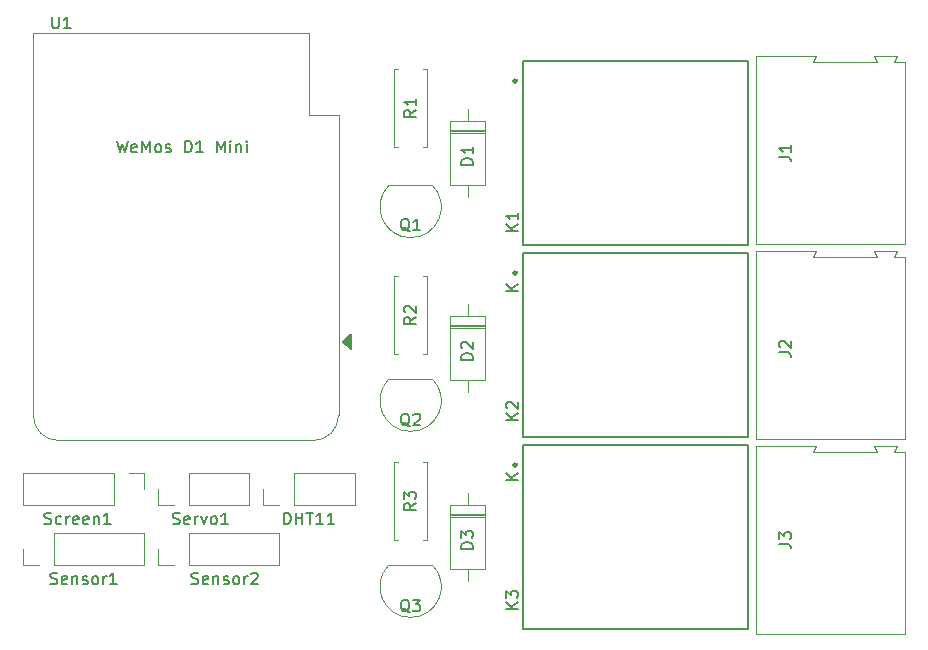
<source format=gbr>
%TF.GenerationSoftware,KiCad,Pcbnew,(6.0.10)*%
%TF.CreationDate,2023-04-17T16:01:11+07:00*%
%TF.ProjectId,PCB,5043422e-6b69-4636-9164-5f7063625858,rev?*%
%TF.SameCoordinates,Original*%
%TF.FileFunction,Legend,Top*%
%TF.FilePolarity,Positive*%
%FSLAX46Y46*%
G04 Gerber Fmt 4.6, Leading zero omitted, Abs format (unit mm)*
G04 Created by KiCad (PCBNEW (6.0.10)) date 2023-04-17 16:01:11*
%MOMM*%
%LPD*%
G01*
G04 APERTURE LIST*
%ADD10C,0.150000*%
%ADD11C,0.120000*%
%ADD12C,0.127000*%
%ADD13C,0.300000*%
G04 APERTURE END LIST*
D10*
X118174190Y-72096380D02*
X118412285Y-73096380D01*
X118602761Y-72382095D01*
X118793238Y-73096380D01*
X119031333Y-72096380D01*
X119793238Y-73048761D02*
X119698000Y-73096380D01*
X119507523Y-73096380D01*
X119412285Y-73048761D01*
X119364666Y-72953523D01*
X119364666Y-72572571D01*
X119412285Y-72477333D01*
X119507523Y-72429714D01*
X119698000Y-72429714D01*
X119793238Y-72477333D01*
X119840857Y-72572571D01*
X119840857Y-72667809D01*
X119364666Y-72763047D01*
X120269428Y-73096380D02*
X120269428Y-72096380D01*
X120602761Y-72810666D01*
X120936095Y-72096380D01*
X120936095Y-73096380D01*
X121555142Y-73096380D02*
X121459904Y-73048761D01*
X121412285Y-73001142D01*
X121364666Y-72905904D01*
X121364666Y-72620190D01*
X121412285Y-72524952D01*
X121459904Y-72477333D01*
X121555142Y-72429714D01*
X121698000Y-72429714D01*
X121793238Y-72477333D01*
X121840857Y-72524952D01*
X121888476Y-72620190D01*
X121888476Y-72905904D01*
X121840857Y-73001142D01*
X121793238Y-73048761D01*
X121698000Y-73096380D01*
X121555142Y-73096380D01*
X122269428Y-73048761D02*
X122364666Y-73096380D01*
X122555142Y-73096380D01*
X122650380Y-73048761D01*
X122698000Y-72953523D01*
X122698000Y-72905904D01*
X122650380Y-72810666D01*
X122555142Y-72763047D01*
X122412285Y-72763047D01*
X122317047Y-72715428D01*
X122269428Y-72620190D01*
X122269428Y-72572571D01*
X122317047Y-72477333D01*
X122412285Y-72429714D01*
X122555142Y-72429714D01*
X122650380Y-72477333D01*
X123888476Y-73096380D02*
X123888476Y-72096380D01*
X124126571Y-72096380D01*
X124269428Y-72144000D01*
X124364666Y-72239238D01*
X124412285Y-72334476D01*
X124459904Y-72524952D01*
X124459904Y-72667809D01*
X124412285Y-72858285D01*
X124364666Y-72953523D01*
X124269428Y-73048761D01*
X124126571Y-73096380D01*
X123888476Y-73096380D01*
X125412285Y-73096380D02*
X124840857Y-73096380D01*
X125126571Y-73096380D02*
X125126571Y-72096380D01*
X125031333Y-72239238D01*
X124936095Y-72334476D01*
X124840857Y-72382095D01*
X126602761Y-73096380D02*
X126602761Y-72096380D01*
X126936095Y-72810666D01*
X127269428Y-72096380D01*
X127269428Y-73096380D01*
X127745619Y-73096380D02*
X127745619Y-72429714D01*
X127745619Y-72096380D02*
X127698000Y-72144000D01*
X127745619Y-72191619D01*
X127793238Y-72144000D01*
X127745619Y-72096380D01*
X127745619Y-72191619D01*
X128221809Y-72429714D02*
X128221809Y-73096380D01*
X128221809Y-72524952D02*
X128269428Y-72477333D01*
X128364666Y-72429714D01*
X128507523Y-72429714D01*
X128602761Y-72477333D01*
X128650380Y-72572571D01*
X128650380Y-73096380D01*
X129126571Y-73096380D02*
X129126571Y-72429714D01*
X129126571Y-72096380D02*
X129078952Y-72144000D01*
X129126571Y-72191619D01*
X129174190Y-72144000D01*
X129126571Y-72096380D01*
X129126571Y-72191619D01*
%TO.C,U1*%
X112643095Y-61606380D02*
X112643095Y-62415904D01*
X112690714Y-62511142D01*
X112738333Y-62558761D01*
X112833571Y-62606380D01*
X113024047Y-62606380D01*
X113119285Y-62558761D01*
X113166904Y-62511142D01*
X113214523Y-62415904D01*
X113214523Y-61606380D01*
X114214523Y-62606380D02*
X113643095Y-62606380D01*
X113928809Y-62606380D02*
X113928809Y-61606380D01*
X113833571Y-61749238D01*
X113738333Y-61844476D01*
X113643095Y-61892095D01*
%TO.C,D3*%
X148280380Y-106656095D02*
X147280380Y-106656095D01*
X147280380Y-106418000D01*
X147328000Y-106275142D01*
X147423238Y-106179904D01*
X147518476Y-106132285D01*
X147708952Y-106084666D01*
X147851809Y-106084666D01*
X148042285Y-106132285D01*
X148137523Y-106179904D01*
X148232761Y-106275142D01*
X148280380Y-106418000D01*
X148280380Y-106656095D01*
X147280380Y-105751333D02*
X147280380Y-105132285D01*
X147661333Y-105465619D01*
X147661333Y-105322761D01*
X147708952Y-105227523D01*
X147756571Y-105179904D01*
X147851809Y-105132285D01*
X148089904Y-105132285D01*
X148185142Y-105179904D01*
X148232761Y-105227523D01*
X148280380Y-105322761D01*
X148280380Y-105608476D01*
X148232761Y-105703714D01*
X148185142Y-105751333D01*
X152090380Y-100845904D02*
X151090380Y-100845904D01*
X152090380Y-100274476D02*
X151518952Y-100703047D01*
X151090380Y-100274476D02*
X151661809Y-100845904D01*
%TO.C,D1*%
X148280380Y-74144095D02*
X147280380Y-74144095D01*
X147280380Y-73906000D01*
X147328000Y-73763142D01*
X147423238Y-73667904D01*
X147518476Y-73620285D01*
X147708952Y-73572666D01*
X147851809Y-73572666D01*
X148042285Y-73620285D01*
X148137523Y-73667904D01*
X148232761Y-73763142D01*
X148280380Y-73906000D01*
X148280380Y-74144095D01*
X148280380Y-72620285D02*
X148280380Y-73191714D01*
X148280380Y-72906000D02*
X147280380Y-72906000D01*
X147423238Y-73001238D01*
X147518476Y-73096476D01*
X147566095Y-73191714D01*
%TO.C,R1*%
X143454380Y-69508666D02*
X142978190Y-69842000D01*
X143454380Y-70080095D02*
X142454380Y-70080095D01*
X142454380Y-69699142D01*
X142502000Y-69603904D01*
X142549619Y-69556285D01*
X142644857Y-69508666D01*
X142787714Y-69508666D01*
X142882952Y-69556285D01*
X142930571Y-69603904D01*
X142978190Y-69699142D01*
X142978190Y-70080095D01*
X143454380Y-68556285D02*
X143454380Y-69127714D01*
X143454380Y-68842000D02*
X142454380Y-68842000D01*
X142597238Y-68937238D01*
X142692476Y-69032476D01*
X142740095Y-69127714D01*
%TO.C,J1*%
X174204380Y-73485333D02*
X174918666Y-73485333D01*
X175061523Y-73532952D01*
X175156761Y-73628190D01*
X175204380Y-73771047D01*
X175204380Y-73866285D01*
X175204380Y-72485333D02*
X175204380Y-73056761D01*
X175204380Y-72771047D02*
X174204380Y-72771047D01*
X174347238Y-72866285D01*
X174442476Y-72961523D01*
X174490095Y-73056761D01*
%TO.C,R2*%
X143454380Y-87034666D02*
X142978190Y-87368000D01*
X143454380Y-87606095D02*
X142454380Y-87606095D01*
X142454380Y-87225142D01*
X142502000Y-87129904D01*
X142549619Y-87082285D01*
X142644857Y-87034666D01*
X142787714Y-87034666D01*
X142882952Y-87082285D01*
X142930571Y-87129904D01*
X142978190Y-87225142D01*
X142978190Y-87606095D01*
X142549619Y-86653714D02*
X142502000Y-86606095D01*
X142454380Y-86510857D01*
X142454380Y-86272761D01*
X142502000Y-86177523D01*
X142549619Y-86129904D01*
X142644857Y-86082285D01*
X142740095Y-86082285D01*
X142882952Y-86129904D01*
X143454380Y-86701333D01*
X143454380Y-86082285D01*
%TO.C,K1*%
X152090423Y-79732164D02*
X151090329Y-79732164D01*
X152090423Y-79160682D02*
X151518941Y-79589294D01*
X151090329Y-79160682D02*
X151661811Y-79732164D01*
X152090423Y-78208211D02*
X152090423Y-78779694D01*
X152090423Y-78493953D02*
X151090329Y-78493953D01*
X151233200Y-78589200D01*
X151328447Y-78684447D01*
X151376070Y-78779694D01*
%TO.C,Q3*%
X142906761Y-112053619D02*
X142811523Y-112006000D01*
X142716285Y-111910761D01*
X142573428Y-111767904D01*
X142478190Y-111720285D01*
X142382952Y-111720285D01*
X142430571Y-111958380D02*
X142335333Y-111910761D01*
X142240095Y-111815523D01*
X142192476Y-111625047D01*
X142192476Y-111291714D01*
X142240095Y-111101238D01*
X142335333Y-111006000D01*
X142430571Y-110958380D01*
X142621047Y-110958380D01*
X142716285Y-111006000D01*
X142811523Y-111101238D01*
X142859142Y-111291714D01*
X142859142Y-111625047D01*
X142811523Y-111815523D01*
X142716285Y-111910761D01*
X142621047Y-111958380D01*
X142430571Y-111958380D01*
X143192476Y-110958380D02*
X143811523Y-110958380D01*
X143478190Y-111339333D01*
X143621047Y-111339333D01*
X143716285Y-111386952D01*
X143763904Y-111434571D01*
X143811523Y-111529809D01*
X143811523Y-111767904D01*
X143763904Y-111863142D01*
X143716285Y-111910761D01*
X143621047Y-111958380D01*
X143335333Y-111958380D01*
X143240095Y-111910761D01*
X143192476Y-111863142D01*
%TO.C,K2*%
X152090423Y-95734164D02*
X151090329Y-95734164D01*
X152090423Y-95162682D02*
X151518941Y-95591294D01*
X151090329Y-95162682D02*
X151661811Y-95734164D01*
X151185576Y-94781694D02*
X151137953Y-94734070D01*
X151090329Y-94638823D01*
X151090329Y-94400705D01*
X151137953Y-94305458D01*
X151185576Y-94257835D01*
X151280823Y-94210211D01*
X151376070Y-94210211D01*
X151518941Y-94257835D01*
X152090423Y-94829317D01*
X152090423Y-94210211D01*
%TO.C,J3*%
X174204380Y-106251333D02*
X174918666Y-106251333D01*
X175061523Y-106298952D01*
X175156761Y-106394190D01*
X175204380Y-106537047D01*
X175204380Y-106632285D01*
X174204380Y-105870380D02*
X174204380Y-105251333D01*
X174585333Y-105584666D01*
X174585333Y-105441809D01*
X174632952Y-105346571D01*
X174680571Y-105298952D01*
X174775809Y-105251333D01*
X175013904Y-105251333D01*
X175109142Y-105298952D01*
X175156761Y-105346571D01*
X175204380Y-105441809D01*
X175204380Y-105727523D01*
X175156761Y-105822761D01*
X175109142Y-105870380D01*
%TO.C,Sensor2*%
X124444476Y-109624761D02*
X124587333Y-109672380D01*
X124825428Y-109672380D01*
X124920666Y-109624761D01*
X124968285Y-109577142D01*
X125015904Y-109481904D01*
X125015904Y-109386666D01*
X124968285Y-109291428D01*
X124920666Y-109243809D01*
X124825428Y-109196190D01*
X124634952Y-109148571D01*
X124539714Y-109100952D01*
X124492095Y-109053333D01*
X124444476Y-108958095D01*
X124444476Y-108862857D01*
X124492095Y-108767619D01*
X124539714Y-108720000D01*
X124634952Y-108672380D01*
X124873047Y-108672380D01*
X125015904Y-108720000D01*
X125825428Y-109624761D02*
X125730190Y-109672380D01*
X125539714Y-109672380D01*
X125444476Y-109624761D01*
X125396857Y-109529523D01*
X125396857Y-109148571D01*
X125444476Y-109053333D01*
X125539714Y-109005714D01*
X125730190Y-109005714D01*
X125825428Y-109053333D01*
X125873047Y-109148571D01*
X125873047Y-109243809D01*
X125396857Y-109339047D01*
X126301619Y-109005714D02*
X126301619Y-109672380D01*
X126301619Y-109100952D02*
X126349238Y-109053333D01*
X126444476Y-109005714D01*
X126587333Y-109005714D01*
X126682571Y-109053333D01*
X126730190Y-109148571D01*
X126730190Y-109672380D01*
X127158761Y-109624761D02*
X127254000Y-109672380D01*
X127444476Y-109672380D01*
X127539714Y-109624761D01*
X127587333Y-109529523D01*
X127587333Y-109481904D01*
X127539714Y-109386666D01*
X127444476Y-109339047D01*
X127301619Y-109339047D01*
X127206380Y-109291428D01*
X127158761Y-109196190D01*
X127158761Y-109148571D01*
X127206380Y-109053333D01*
X127301619Y-109005714D01*
X127444476Y-109005714D01*
X127539714Y-109053333D01*
X128158761Y-109672380D02*
X128063523Y-109624761D01*
X128015904Y-109577142D01*
X127968285Y-109481904D01*
X127968285Y-109196190D01*
X128015904Y-109100952D01*
X128063523Y-109053333D01*
X128158761Y-109005714D01*
X128301619Y-109005714D01*
X128396857Y-109053333D01*
X128444476Y-109100952D01*
X128492095Y-109196190D01*
X128492095Y-109481904D01*
X128444476Y-109577142D01*
X128396857Y-109624761D01*
X128301619Y-109672380D01*
X128158761Y-109672380D01*
X128920666Y-109672380D02*
X128920666Y-109005714D01*
X128920666Y-109196190D02*
X128968285Y-109100952D01*
X129015904Y-109053333D01*
X129111142Y-109005714D01*
X129206380Y-109005714D01*
X129492095Y-108767619D02*
X129539714Y-108720000D01*
X129634952Y-108672380D01*
X129873047Y-108672380D01*
X129968285Y-108720000D01*
X130015904Y-108767619D01*
X130063523Y-108862857D01*
X130063523Y-108958095D01*
X130015904Y-109100952D01*
X129444476Y-109672380D01*
X130063523Y-109672380D01*
%TO.C,Q1*%
X142906761Y-79795619D02*
X142811523Y-79748000D01*
X142716285Y-79652761D01*
X142573428Y-79509904D01*
X142478190Y-79462285D01*
X142382952Y-79462285D01*
X142430571Y-79700380D02*
X142335333Y-79652761D01*
X142240095Y-79557523D01*
X142192476Y-79367047D01*
X142192476Y-79033714D01*
X142240095Y-78843238D01*
X142335333Y-78748000D01*
X142430571Y-78700380D01*
X142621047Y-78700380D01*
X142716285Y-78748000D01*
X142811523Y-78843238D01*
X142859142Y-79033714D01*
X142859142Y-79367047D01*
X142811523Y-79557523D01*
X142716285Y-79652761D01*
X142621047Y-79700380D01*
X142430571Y-79700380D01*
X143811523Y-79700380D02*
X143240095Y-79700380D01*
X143525809Y-79700380D02*
X143525809Y-78700380D01*
X143430571Y-78843238D01*
X143335333Y-78938476D01*
X143240095Y-78986095D01*
%TO.C,D2*%
X148280380Y-90654095D02*
X147280380Y-90654095D01*
X147280380Y-90416000D01*
X147328000Y-90273142D01*
X147423238Y-90177904D01*
X147518476Y-90130285D01*
X147708952Y-90082666D01*
X147851809Y-90082666D01*
X148042285Y-90130285D01*
X148137523Y-90177904D01*
X148232761Y-90273142D01*
X148280380Y-90416000D01*
X148280380Y-90654095D01*
X147375619Y-89701714D02*
X147328000Y-89654095D01*
X147280380Y-89558857D01*
X147280380Y-89320761D01*
X147328000Y-89225523D01*
X147375619Y-89177904D01*
X147470857Y-89130285D01*
X147566095Y-89130285D01*
X147708952Y-89177904D01*
X148280380Y-89749333D01*
X148280380Y-89130285D01*
X152090380Y-84843904D02*
X151090380Y-84843904D01*
X152090380Y-84272476D02*
X151518952Y-84701047D01*
X151090380Y-84272476D02*
X151661809Y-84843904D01*
%TO.C,K3*%
X152090423Y-111736164D02*
X151090329Y-111736164D01*
X152090423Y-111164682D02*
X151518941Y-111593294D01*
X151090329Y-111164682D02*
X151661811Y-111736164D01*
X151090329Y-110831317D02*
X151090329Y-110212211D01*
X151471317Y-110545576D01*
X151471317Y-110402705D01*
X151518941Y-110307458D01*
X151566564Y-110259835D01*
X151661811Y-110212211D01*
X151899929Y-110212211D01*
X151995176Y-110259835D01*
X152042799Y-110307458D01*
X152090423Y-110402705D01*
X152090423Y-110688447D01*
X152042799Y-110783694D01*
X151995176Y-110831317D01*
%TO.C,R3*%
X143454380Y-102782666D02*
X142978190Y-103116000D01*
X143454380Y-103354095D02*
X142454380Y-103354095D01*
X142454380Y-102973142D01*
X142502000Y-102877904D01*
X142549619Y-102830285D01*
X142644857Y-102782666D01*
X142787714Y-102782666D01*
X142882952Y-102830285D01*
X142930571Y-102877904D01*
X142978190Y-102973142D01*
X142978190Y-103354095D01*
X142454380Y-102449333D02*
X142454380Y-101830285D01*
X142835333Y-102163619D01*
X142835333Y-102020761D01*
X142882952Y-101925523D01*
X142930571Y-101877904D01*
X143025809Y-101830285D01*
X143263904Y-101830285D01*
X143359142Y-101877904D01*
X143406761Y-101925523D01*
X143454380Y-102020761D01*
X143454380Y-102306476D01*
X143406761Y-102401714D01*
X143359142Y-102449333D01*
%TO.C,DHT11*%
X132261952Y-104592380D02*
X132261952Y-103592380D01*
X132500047Y-103592380D01*
X132642904Y-103640000D01*
X132738142Y-103735238D01*
X132785761Y-103830476D01*
X132833380Y-104020952D01*
X132833380Y-104163809D01*
X132785761Y-104354285D01*
X132738142Y-104449523D01*
X132642904Y-104544761D01*
X132500047Y-104592380D01*
X132261952Y-104592380D01*
X133261952Y-104592380D02*
X133261952Y-103592380D01*
X133261952Y-104068571D02*
X133833380Y-104068571D01*
X133833380Y-104592380D02*
X133833380Y-103592380D01*
X134166714Y-103592380D02*
X134738142Y-103592380D01*
X134452428Y-104592380D02*
X134452428Y-103592380D01*
X135595285Y-104592380D02*
X135023857Y-104592380D01*
X135309571Y-104592380D02*
X135309571Y-103592380D01*
X135214333Y-103735238D01*
X135119095Y-103830476D01*
X135023857Y-103878095D01*
X136547666Y-104592380D02*
X135976238Y-104592380D01*
X136261952Y-104592380D02*
X136261952Y-103592380D01*
X136166714Y-103735238D01*
X136071476Y-103830476D01*
X135976238Y-103878095D01*
%TO.C,Servo1*%
X122873666Y-104544761D02*
X123016523Y-104592380D01*
X123254619Y-104592380D01*
X123349857Y-104544761D01*
X123397476Y-104497142D01*
X123445095Y-104401904D01*
X123445095Y-104306666D01*
X123397476Y-104211428D01*
X123349857Y-104163809D01*
X123254619Y-104116190D01*
X123064142Y-104068571D01*
X122968904Y-104020952D01*
X122921285Y-103973333D01*
X122873666Y-103878095D01*
X122873666Y-103782857D01*
X122921285Y-103687619D01*
X122968904Y-103640000D01*
X123064142Y-103592380D01*
X123302238Y-103592380D01*
X123445095Y-103640000D01*
X124254619Y-104544761D02*
X124159380Y-104592380D01*
X123968904Y-104592380D01*
X123873666Y-104544761D01*
X123826047Y-104449523D01*
X123826047Y-104068571D01*
X123873666Y-103973333D01*
X123968904Y-103925714D01*
X124159380Y-103925714D01*
X124254619Y-103973333D01*
X124302238Y-104068571D01*
X124302238Y-104163809D01*
X123826047Y-104259047D01*
X124730809Y-104592380D02*
X124730809Y-103925714D01*
X124730809Y-104116190D02*
X124778428Y-104020952D01*
X124826047Y-103973333D01*
X124921285Y-103925714D01*
X125016523Y-103925714D01*
X125254619Y-103925714D02*
X125492714Y-104592380D01*
X125730809Y-103925714D01*
X126254619Y-104592380D02*
X126159380Y-104544761D01*
X126111761Y-104497142D01*
X126064142Y-104401904D01*
X126064142Y-104116190D01*
X126111761Y-104020952D01*
X126159380Y-103973333D01*
X126254619Y-103925714D01*
X126397476Y-103925714D01*
X126492714Y-103973333D01*
X126540333Y-104020952D01*
X126587952Y-104116190D01*
X126587952Y-104401904D01*
X126540333Y-104497142D01*
X126492714Y-104544761D01*
X126397476Y-104592380D01*
X126254619Y-104592380D01*
X127540333Y-104592380D02*
X126968904Y-104592380D01*
X127254619Y-104592380D02*
X127254619Y-103592380D01*
X127159380Y-103735238D01*
X127064142Y-103830476D01*
X126968904Y-103878095D01*
%TO.C,Q2*%
X142906761Y-96305619D02*
X142811523Y-96258000D01*
X142716285Y-96162761D01*
X142573428Y-96019904D01*
X142478190Y-95972285D01*
X142382952Y-95972285D01*
X142430571Y-96210380D02*
X142335333Y-96162761D01*
X142240095Y-96067523D01*
X142192476Y-95877047D01*
X142192476Y-95543714D01*
X142240095Y-95353238D01*
X142335333Y-95258000D01*
X142430571Y-95210380D01*
X142621047Y-95210380D01*
X142716285Y-95258000D01*
X142811523Y-95353238D01*
X142859142Y-95543714D01*
X142859142Y-95877047D01*
X142811523Y-96067523D01*
X142716285Y-96162761D01*
X142621047Y-96210380D01*
X142430571Y-96210380D01*
X143240095Y-95305619D02*
X143287714Y-95258000D01*
X143382952Y-95210380D01*
X143621047Y-95210380D01*
X143716285Y-95258000D01*
X143763904Y-95305619D01*
X143811523Y-95400857D01*
X143811523Y-95496095D01*
X143763904Y-95638952D01*
X143192476Y-96210380D01*
X143811523Y-96210380D01*
%TO.C,Screen1*%
X111998476Y-104544761D02*
X112141333Y-104592380D01*
X112379428Y-104592380D01*
X112474666Y-104544761D01*
X112522285Y-104497142D01*
X112569904Y-104401904D01*
X112569904Y-104306666D01*
X112522285Y-104211428D01*
X112474666Y-104163809D01*
X112379428Y-104116190D01*
X112188952Y-104068571D01*
X112093714Y-104020952D01*
X112046095Y-103973333D01*
X111998476Y-103878095D01*
X111998476Y-103782857D01*
X112046095Y-103687619D01*
X112093714Y-103640000D01*
X112188952Y-103592380D01*
X112427047Y-103592380D01*
X112569904Y-103640000D01*
X113427047Y-104544761D02*
X113331809Y-104592380D01*
X113141333Y-104592380D01*
X113046095Y-104544761D01*
X112998476Y-104497142D01*
X112950857Y-104401904D01*
X112950857Y-104116190D01*
X112998476Y-104020952D01*
X113046095Y-103973333D01*
X113141333Y-103925714D01*
X113331809Y-103925714D01*
X113427047Y-103973333D01*
X113855619Y-104592380D02*
X113855619Y-103925714D01*
X113855619Y-104116190D02*
X113903238Y-104020952D01*
X113950857Y-103973333D01*
X114046095Y-103925714D01*
X114141333Y-103925714D01*
X114855619Y-104544761D02*
X114760380Y-104592380D01*
X114569904Y-104592380D01*
X114474666Y-104544761D01*
X114427047Y-104449523D01*
X114427047Y-104068571D01*
X114474666Y-103973333D01*
X114569904Y-103925714D01*
X114760380Y-103925714D01*
X114855619Y-103973333D01*
X114903238Y-104068571D01*
X114903238Y-104163809D01*
X114427047Y-104259047D01*
X115712761Y-104544761D02*
X115617523Y-104592380D01*
X115427047Y-104592380D01*
X115331809Y-104544761D01*
X115284190Y-104449523D01*
X115284190Y-104068571D01*
X115331809Y-103973333D01*
X115427047Y-103925714D01*
X115617523Y-103925714D01*
X115712761Y-103973333D01*
X115760380Y-104068571D01*
X115760380Y-104163809D01*
X115284190Y-104259047D01*
X116188952Y-103925714D02*
X116188952Y-104592380D01*
X116188952Y-104020952D02*
X116236571Y-103973333D01*
X116331809Y-103925714D01*
X116474666Y-103925714D01*
X116569904Y-103973333D01*
X116617523Y-104068571D01*
X116617523Y-104592380D01*
X117617523Y-104592380D02*
X117046095Y-104592380D01*
X117331809Y-104592380D02*
X117331809Y-103592380D01*
X117236571Y-103735238D01*
X117141333Y-103830476D01*
X117046095Y-103878095D01*
%TO.C,Sensor1*%
X112506476Y-109624761D02*
X112649333Y-109672380D01*
X112887428Y-109672380D01*
X112982666Y-109624761D01*
X113030285Y-109577142D01*
X113077904Y-109481904D01*
X113077904Y-109386666D01*
X113030285Y-109291428D01*
X112982666Y-109243809D01*
X112887428Y-109196190D01*
X112696952Y-109148571D01*
X112601714Y-109100952D01*
X112554095Y-109053333D01*
X112506476Y-108958095D01*
X112506476Y-108862857D01*
X112554095Y-108767619D01*
X112601714Y-108720000D01*
X112696952Y-108672380D01*
X112935047Y-108672380D01*
X113077904Y-108720000D01*
X113887428Y-109624761D02*
X113792190Y-109672380D01*
X113601714Y-109672380D01*
X113506476Y-109624761D01*
X113458857Y-109529523D01*
X113458857Y-109148571D01*
X113506476Y-109053333D01*
X113601714Y-109005714D01*
X113792190Y-109005714D01*
X113887428Y-109053333D01*
X113935047Y-109148571D01*
X113935047Y-109243809D01*
X113458857Y-109339047D01*
X114363619Y-109005714D02*
X114363619Y-109672380D01*
X114363619Y-109100952D02*
X114411238Y-109053333D01*
X114506476Y-109005714D01*
X114649333Y-109005714D01*
X114744571Y-109053333D01*
X114792190Y-109148571D01*
X114792190Y-109672380D01*
X115220761Y-109624761D02*
X115316000Y-109672380D01*
X115506476Y-109672380D01*
X115601714Y-109624761D01*
X115649333Y-109529523D01*
X115649333Y-109481904D01*
X115601714Y-109386666D01*
X115506476Y-109339047D01*
X115363619Y-109339047D01*
X115268380Y-109291428D01*
X115220761Y-109196190D01*
X115220761Y-109148571D01*
X115268380Y-109053333D01*
X115363619Y-109005714D01*
X115506476Y-109005714D01*
X115601714Y-109053333D01*
X116220761Y-109672380D02*
X116125523Y-109624761D01*
X116077904Y-109577142D01*
X116030285Y-109481904D01*
X116030285Y-109196190D01*
X116077904Y-109100952D01*
X116125523Y-109053333D01*
X116220761Y-109005714D01*
X116363619Y-109005714D01*
X116458857Y-109053333D01*
X116506476Y-109100952D01*
X116554095Y-109196190D01*
X116554095Y-109481904D01*
X116506476Y-109577142D01*
X116458857Y-109624761D01*
X116363619Y-109672380D01*
X116220761Y-109672380D01*
X116982666Y-109672380D02*
X116982666Y-109005714D01*
X116982666Y-109196190D02*
X117030285Y-109100952D01*
X117077904Y-109053333D01*
X117173142Y-109005714D01*
X117268380Y-109005714D01*
X118125523Y-109672380D02*
X117554095Y-109672380D01*
X117839809Y-109672380D02*
X117839809Y-108672380D01*
X117744571Y-108815238D01*
X117649333Y-108910476D01*
X117554095Y-108958095D01*
%TO.C,J2*%
X174204380Y-90036333D02*
X174918666Y-90036333D01*
X175061523Y-90083952D01*
X175156761Y-90179190D01*
X175204380Y-90322047D01*
X175204380Y-90417285D01*
X174299619Y-89607761D02*
X174252000Y-89560142D01*
X174204380Y-89464904D01*
X174204380Y-89226809D01*
X174252000Y-89131571D01*
X174299619Y-89083952D01*
X174394857Y-89036333D01*
X174490095Y-89036333D01*
X174632952Y-89083952D01*
X175204380Y-89655380D01*
X175204380Y-89036333D01*
D11*
%TO.C,U1*%
X134365000Y-63034000D02*
X111045000Y-63034000D01*
X136905000Y-69934000D02*
X134365000Y-69934000D01*
X111045000Y-63034000D02*
X111045000Y-95364000D01*
X136905000Y-69934000D02*
X136905000Y-95364000D01*
X134365000Y-69934000D02*
X134365000Y-63034000D01*
X113165000Y-97494000D02*
X134775000Y-97494000D01*
X134775000Y-97494000D02*
G75*
G03*
X136905000Y-95364000I-2J2130002D01*
G01*
X111045000Y-95364000D02*
G75*
G03*
X113175000Y-97494000I2130000J0D01*
G01*
G36*
X137945000Y-89789000D02*
G01*
X137310000Y-89154000D01*
X137945000Y-88519000D01*
X137945000Y-89789000D01*
G37*
D10*
X137945000Y-89789000D02*
X137310000Y-89154000D01*
X137945000Y-88519000D01*
X137945000Y-89789000D01*
D11*
%TO.C,D3*%
X149298000Y-103964000D02*
X146358000Y-103964000D01*
X149298000Y-103724000D02*
X146358000Y-103724000D01*
X147828000Y-109404000D02*
X147828000Y-108384000D01*
X146358000Y-108384000D02*
X149298000Y-108384000D01*
X149298000Y-103844000D02*
X146358000Y-103844000D01*
X147828000Y-101924000D02*
X147828000Y-102944000D01*
X149298000Y-102944000D02*
X146358000Y-102944000D01*
X146358000Y-102944000D02*
X146358000Y-108384000D01*
X149298000Y-108384000D02*
X149298000Y-102944000D01*
%TO.C,D1*%
X146358000Y-75872000D02*
X149298000Y-75872000D01*
X149298000Y-71212000D02*
X146358000Y-71212000D01*
X149298000Y-70432000D02*
X146358000Y-70432000D01*
X147828000Y-69412000D02*
X147828000Y-70432000D01*
X149298000Y-71452000D02*
X146358000Y-71452000D01*
X149298000Y-75872000D02*
X149298000Y-70432000D01*
X146358000Y-70432000D02*
X146358000Y-75872000D01*
X147828000Y-76892000D02*
X147828000Y-75872000D01*
X149298000Y-71332000D02*
X146358000Y-71332000D01*
%TO.C,R1*%
X141632000Y-66072000D02*
X141632000Y-72612000D01*
X141632000Y-72612000D02*
X141962000Y-72612000D01*
X144372000Y-66072000D02*
X144372000Y-72612000D01*
X144372000Y-72612000D02*
X144042000Y-72612000D01*
X141962000Y-66072000D02*
X141632000Y-66072000D01*
X144042000Y-66072000D02*
X144372000Y-66072000D01*
%TO.C,J1*%
X172272000Y-64943000D02*
X172272000Y-80843000D01*
X184222000Y-64943000D02*
X182222000Y-64943000D01*
X172272000Y-80843000D02*
X184872000Y-80843000D01*
X184872000Y-65443000D02*
X183922000Y-65443000D01*
X184872000Y-80843000D02*
X184872000Y-65443000D01*
X177322000Y-64943000D02*
X172272000Y-64943000D01*
X177072000Y-65443000D02*
X177322000Y-64943000D01*
X182472000Y-65443000D02*
X177072000Y-65443000D01*
X182222000Y-64943000D02*
X182472000Y-65443000D01*
X183922000Y-65443000D02*
X184222000Y-64943000D01*
%TO.C,R2*%
X144372000Y-83598000D02*
X144372000Y-90138000D01*
X141962000Y-83598000D02*
X141632000Y-83598000D01*
X141632000Y-83598000D02*
X141632000Y-90138000D01*
X144042000Y-83598000D02*
X144372000Y-83598000D01*
X144372000Y-90138000D02*
X144042000Y-90138000D01*
X141632000Y-90138000D02*
X141962000Y-90138000D01*
D12*
%TO.C,K1*%
X152502000Y-65402000D02*
X171602000Y-65402000D01*
X171602000Y-80902000D02*
X152502000Y-80902000D01*
X171602000Y-65402000D02*
X171602000Y-80902000D01*
X152502000Y-80902000D02*
X152502000Y-65402000D01*
D13*
X151952000Y-67033000D02*
G75*
G03*
X151952000Y-67033000I-100000J0D01*
G01*
D11*
%TO.C,Q3*%
X144802000Y-108026000D02*
X141202000Y-108026000D01*
X141163522Y-108037522D02*
G75*
G03*
X143002000Y-112476000I1838478J-1838478D01*
G01*
X143002000Y-112476001D02*
G75*
G03*
X144840478Y-108037522I0J2600001D01*
G01*
D12*
%TO.C,K2*%
X152502000Y-81658000D02*
X171602000Y-81658000D01*
X171602000Y-97158000D02*
X152502000Y-97158000D01*
X171602000Y-81658000D02*
X171602000Y-97158000D01*
X152502000Y-97158000D02*
X152502000Y-81658000D01*
D13*
X151952000Y-83289000D02*
G75*
G03*
X151952000Y-83289000I-100000J0D01*
G01*
D11*
%TO.C,J3*%
X184872000Y-113863000D02*
X184872000Y-98463000D01*
X183922000Y-98463000D02*
X184222000Y-97963000D01*
X184872000Y-98463000D02*
X183922000Y-98463000D01*
X177322000Y-97963000D02*
X172272000Y-97963000D01*
X184222000Y-97963000D02*
X182222000Y-97963000D01*
X172272000Y-113863000D02*
X184872000Y-113863000D01*
X182472000Y-98463000D02*
X177072000Y-98463000D01*
X182222000Y-97963000D02*
X182472000Y-98463000D01*
X177072000Y-98463000D02*
X177322000Y-97963000D01*
X172272000Y-97963000D02*
X172272000Y-113863000D01*
%TO.C,Sensor2*%
X124206000Y-108010000D02*
X131886000Y-108010000D01*
X121606000Y-108010000D02*
X121606000Y-106680000D01*
X124206000Y-108010000D02*
X124206000Y-105350000D01*
X124206000Y-105350000D02*
X131886000Y-105350000D01*
X122936000Y-108010000D02*
X121606000Y-108010000D01*
X131886000Y-108010000D02*
X131886000Y-105350000D01*
%TO.C,Q1*%
X144802000Y-75874000D02*
X141202000Y-75874000D01*
X143002000Y-80324001D02*
G75*
G03*
X144840478Y-75885522I0J2600001D01*
G01*
X141163522Y-75885522D02*
G75*
G03*
X143002000Y-80324000I1838478J-1838478D01*
G01*
%TO.C,D2*%
X149298000Y-87842000D02*
X146358000Y-87842000D01*
X149298000Y-86942000D02*
X146358000Y-86942000D01*
X149298000Y-87962000D02*
X146358000Y-87962000D01*
X146358000Y-92382000D02*
X149298000Y-92382000D01*
X147828000Y-93402000D02*
X147828000Y-92382000D01*
X146358000Y-86942000D02*
X146358000Y-92382000D01*
X147828000Y-85922000D02*
X147828000Y-86942000D01*
X149298000Y-87722000D02*
X146358000Y-87722000D01*
X149298000Y-92382000D02*
X149298000Y-86942000D01*
D12*
%TO.C,K3*%
X152502000Y-113414000D02*
X152502000Y-97914000D01*
X171602000Y-113414000D02*
X152502000Y-113414000D01*
X152502000Y-97914000D02*
X171602000Y-97914000D01*
X171602000Y-97914000D02*
X171602000Y-113414000D01*
D13*
X151952000Y-99545000D02*
G75*
G03*
X151952000Y-99545000I-100000J0D01*
G01*
D11*
%TO.C,R3*%
X144042000Y-99346000D02*
X144372000Y-99346000D01*
X144372000Y-99346000D02*
X144372000Y-105886000D01*
X144372000Y-105886000D02*
X144042000Y-105886000D01*
X141632000Y-99346000D02*
X141632000Y-105886000D01*
X141632000Y-105886000D02*
X141962000Y-105886000D01*
X141962000Y-99346000D02*
X141632000Y-99346000D01*
%TO.C,DHT11*%
X133111000Y-102930000D02*
X133111000Y-100270000D01*
X133111000Y-102930000D02*
X138251000Y-102930000D01*
X130511000Y-102930000D02*
X130511000Y-101600000D01*
X131841000Y-102930000D02*
X130511000Y-102930000D01*
X138251000Y-102930000D02*
X138251000Y-100270000D01*
X133111000Y-100270000D02*
X138251000Y-100270000D01*
%TO.C,Servo1*%
X122936000Y-102930000D02*
X121606000Y-102930000D01*
X121606000Y-102930000D02*
X121606000Y-101600000D01*
X124206000Y-102930000D02*
X129346000Y-102930000D01*
X124206000Y-102930000D02*
X124206000Y-100270000D01*
X129346000Y-102930000D02*
X129346000Y-100270000D01*
X124206000Y-100270000D02*
X129346000Y-100270000D01*
%TO.C,Q2*%
X144802000Y-92278000D02*
X141202000Y-92278000D01*
X143002000Y-96728001D02*
G75*
G03*
X144840478Y-92289522I0J2600001D01*
G01*
X141163522Y-92289522D02*
G75*
G03*
X143002000Y-96728000I1838478J-1838478D01*
G01*
%TO.C,Screen1*%
X119116000Y-100270000D02*
X120446000Y-100270000D01*
X120446000Y-100270000D02*
X120446000Y-101600000D01*
X117846000Y-102930000D02*
X110166000Y-102930000D01*
X117846000Y-100270000D02*
X110166000Y-100270000D01*
X117846000Y-100270000D02*
X117846000Y-102930000D01*
X110166000Y-100270000D02*
X110166000Y-102930000D01*
%TO.C,Sensor1*%
X112776000Y-108010000D02*
X112776000Y-105350000D01*
X111506000Y-108010000D02*
X110176000Y-108010000D01*
X110176000Y-108010000D02*
X110176000Y-106680000D01*
X112776000Y-108010000D02*
X120456000Y-108010000D01*
X112776000Y-105350000D02*
X120456000Y-105350000D01*
X120456000Y-108010000D02*
X120456000Y-105350000D01*
%TO.C,J2*%
X182222000Y-81453000D02*
X182472000Y-81953000D01*
X184872000Y-81953000D02*
X183922000Y-81953000D01*
X182472000Y-81953000D02*
X177072000Y-81953000D01*
X172272000Y-97353000D02*
X184872000Y-97353000D01*
X177072000Y-81953000D02*
X177322000Y-81453000D01*
X172272000Y-81453000D02*
X172272000Y-97353000D01*
X184872000Y-97353000D02*
X184872000Y-81953000D01*
X184222000Y-81453000D02*
X182222000Y-81453000D01*
X183922000Y-81953000D02*
X184222000Y-81453000D01*
X177322000Y-81453000D02*
X172272000Y-81453000D01*
%TD*%
M02*

</source>
